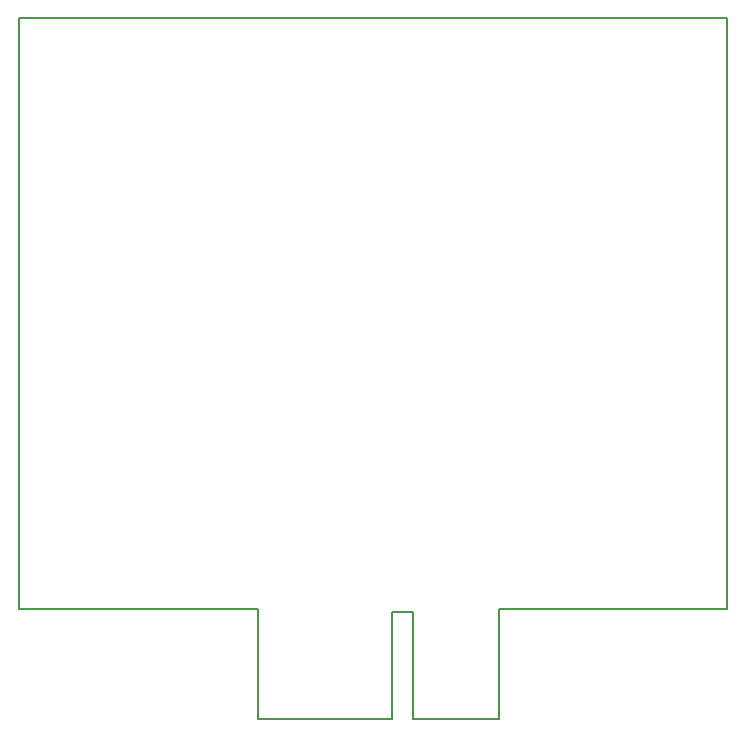
<source format=gm1>
G04 #@! TF.FileFunction,Profile,NP*
%FSLAX46Y46*%
G04 Gerber Fmt 4.6, Leading zero omitted, Abs format (unit mm)*
G04 Created by KiCad (PCBNEW 4.0.7) date 01/05/18 11:34:56*
%MOMM*%
%LPD*%
G01*
G04 APERTURE LIST*
%ADD10C,0.100000*%
%ADD11C,0.150000*%
G04 APERTURE END LIST*
D10*
D11*
X140300000Y-120000000D02*
X140000000Y-120000000D01*
X140300000Y-129300000D02*
X140300000Y-120000000D01*
X151600000Y-129300000D02*
X140300000Y-129300000D01*
X151600000Y-120300000D02*
X151600000Y-129300000D01*
X153400000Y-120300000D02*
X151600000Y-120300000D01*
X153400000Y-129300000D02*
X153400000Y-120300000D01*
X160700000Y-129300000D02*
X153400000Y-129300000D01*
X160700000Y-120000000D02*
X160700000Y-129300000D01*
X160800000Y-120000000D02*
X160700000Y-120000000D01*
X161000000Y-120000000D02*
X160800000Y-120000000D01*
X180000000Y-120000000D02*
X161000000Y-120000000D01*
X180000000Y-70000000D02*
X180000000Y-120000000D01*
X120000000Y-70000000D02*
X180000000Y-70000000D01*
X120000000Y-120000000D02*
X120000000Y-70000000D01*
X140000000Y-120000000D02*
X120000000Y-120000000D01*
M02*

</source>
